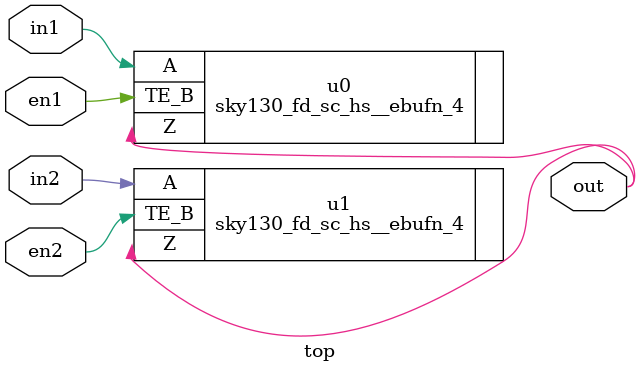
<source format=v>
module top (in1, in2, en1, en2, out);
  input in1, in2, en1, en2;
  output out;

  sky130_fd_sc_hs__ebufn_4 u0 (.A(in1), .TE_B(en1), .Z(out));
  sky130_fd_sc_hs__ebufn_4 u1 (.A(in2), .TE_B(en2), .Z(out));

endmodule // top

</source>
